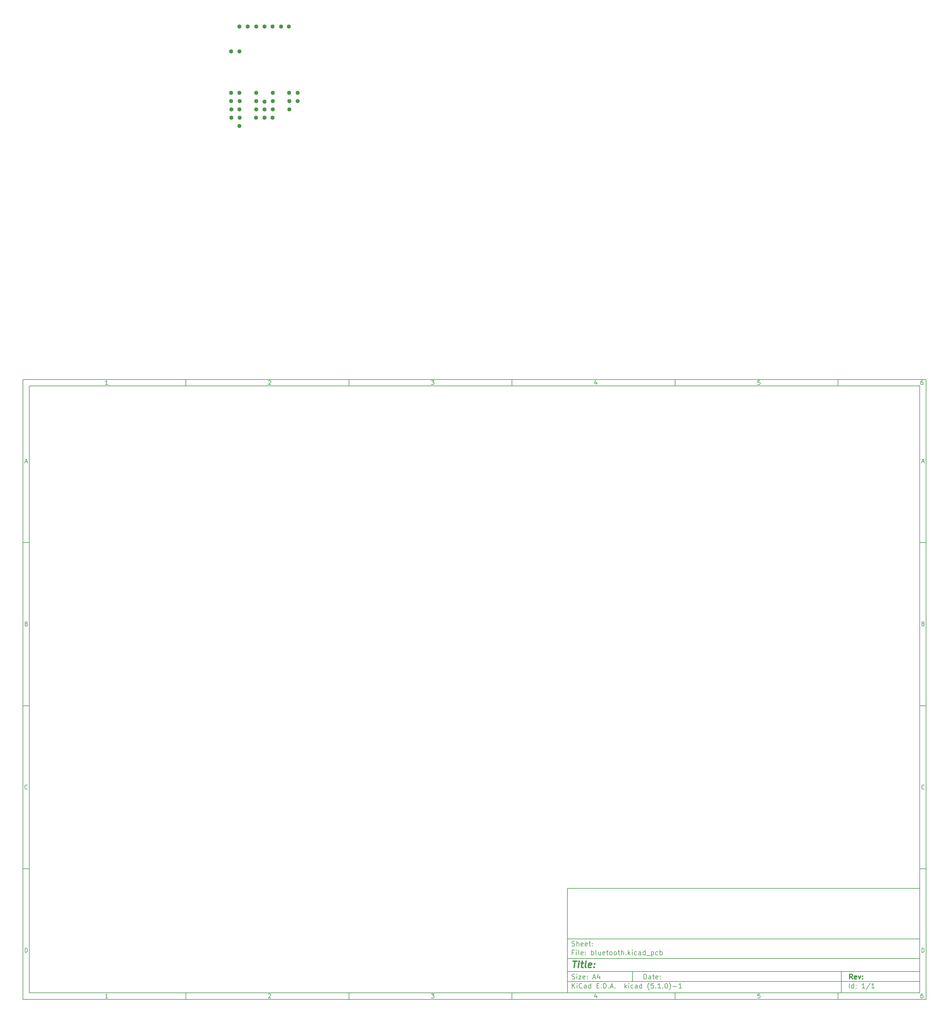
<source format=gbr>
G04 #@! TF.GenerationSoftware,KiCad,Pcbnew,(5.1.0)-1*
G04 #@! TF.CreationDate,2019-07-07T14:12:54+03:00*
G04 #@! TF.ProjectId,bluetooth,626c7565-746f-46f7-9468-2e6b69636164,rev?*
G04 #@! TF.SameCoordinates,Original*
G04 #@! TF.FileFunction,Soldermask,Bot*
G04 #@! TF.FilePolarity,Negative*
%FSLAX46Y46*%
G04 Gerber Fmt 4.6, Leading zero omitted, Abs format (unit mm)*
G04 Created by KiCad (PCBNEW (5.1.0)-1) date 2019-07-07 14:12:54*
%MOMM*%
%LPD*%
G04 APERTURE LIST*
%ADD10C,0.100000*%
%ADD11C,0.150000*%
%ADD12C,0.300000*%
%ADD13C,0.400000*%
%ADD14C,1.300000*%
G04 APERTURE END LIST*
D10*
D11*
X177002200Y-166007200D02*
X177002200Y-198007200D01*
X285002200Y-198007200D01*
X285002200Y-166007200D01*
X177002200Y-166007200D01*
D10*
D11*
X10000000Y-10000000D02*
X10000000Y-200007200D01*
X287002200Y-200007200D01*
X287002200Y-10000000D01*
X10000000Y-10000000D01*
D10*
D11*
X12000000Y-12000000D02*
X12000000Y-198007200D01*
X285002200Y-198007200D01*
X285002200Y-12000000D01*
X12000000Y-12000000D01*
D10*
D11*
X60000000Y-12000000D02*
X60000000Y-10000000D01*
D10*
D11*
X110000000Y-12000000D02*
X110000000Y-10000000D01*
D10*
D11*
X160000000Y-12000000D02*
X160000000Y-10000000D01*
D10*
D11*
X210000000Y-12000000D02*
X210000000Y-10000000D01*
D10*
D11*
X260000000Y-12000000D02*
X260000000Y-10000000D01*
D10*
D11*
X36065476Y-11588095D02*
X35322619Y-11588095D01*
X35694047Y-11588095D02*
X35694047Y-10288095D01*
X35570238Y-10473809D01*
X35446428Y-10597619D01*
X35322619Y-10659523D01*
D10*
D11*
X85322619Y-10411904D02*
X85384523Y-10350000D01*
X85508333Y-10288095D01*
X85817857Y-10288095D01*
X85941666Y-10350000D01*
X86003571Y-10411904D01*
X86065476Y-10535714D01*
X86065476Y-10659523D01*
X86003571Y-10845238D01*
X85260714Y-11588095D01*
X86065476Y-11588095D01*
D10*
D11*
X135260714Y-10288095D02*
X136065476Y-10288095D01*
X135632142Y-10783333D01*
X135817857Y-10783333D01*
X135941666Y-10845238D01*
X136003571Y-10907142D01*
X136065476Y-11030952D01*
X136065476Y-11340476D01*
X136003571Y-11464285D01*
X135941666Y-11526190D01*
X135817857Y-11588095D01*
X135446428Y-11588095D01*
X135322619Y-11526190D01*
X135260714Y-11464285D01*
D10*
D11*
X185941666Y-10721428D02*
X185941666Y-11588095D01*
X185632142Y-10226190D02*
X185322619Y-11154761D01*
X186127380Y-11154761D01*
D10*
D11*
X236003571Y-10288095D02*
X235384523Y-10288095D01*
X235322619Y-10907142D01*
X235384523Y-10845238D01*
X235508333Y-10783333D01*
X235817857Y-10783333D01*
X235941666Y-10845238D01*
X236003571Y-10907142D01*
X236065476Y-11030952D01*
X236065476Y-11340476D01*
X236003571Y-11464285D01*
X235941666Y-11526190D01*
X235817857Y-11588095D01*
X235508333Y-11588095D01*
X235384523Y-11526190D01*
X235322619Y-11464285D01*
D10*
D11*
X285941666Y-10288095D02*
X285694047Y-10288095D01*
X285570238Y-10350000D01*
X285508333Y-10411904D01*
X285384523Y-10597619D01*
X285322619Y-10845238D01*
X285322619Y-11340476D01*
X285384523Y-11464285D01*
X285446428Y-11526190D01*
X285570238Y-11588095D01*
X285817857Y-11588095D01*
X285941666Y-11526190D01*
X286003571Y-11464285D01*
X286065476Y-11340476D01*
X286065476Y-11030952D01*
X286003571Y-10907142D01*
X285941666Y-10845238D01*
X285817857Y-10783333D01*
X285570238Y-10783333D01*
X285446428Y-10845238D01*
X285384523Y-10907142D01*
X285322619Y-11030952D01*
D10*
D11*
X60000000Y-198007200D02*
X60000000Y-200007200D01*
D10*
D11*
X110000000Y-198007200D02*
X110000000Y-200007200D01*
D10*
D11*
X160000000Y-198007200D02*
X160000000Y-200007200D01*
D10*
D11*
X210000000Y-198007200D02*
X210000000Y-200007200D01*
D10*
D11*
X260000000Y-198007200D02*
X260000000Y-200007200D01*
D10*
D11*
X36065476Y-199595295D02*
X35322619Y-199595295D01*
X35694047Y-199595295D02*
X35694047Y-198295295D01*
X35570238Y-198481009D01*
X35446428Y-198604819D01*
X35322619Y-198666723D01*
D10*
D11*
X85322619Y-198419104D02*
X85384523Y-198357200D01*
X85508333Y-198295295D01*
X85817857Y-198295295D01*
X85941666Y-198357200D01*
X86003571Y-198419104D01*
X86065476Y-198542914D01*
X86065476Y-198666723D01*
X86003571Y-198852438D01*
X85260714Y-199595295D01*
X86065476Y-199595295D01*
D10*
D11*
X135260714Y-198295295D02*
X136065476Y-198295295D01*
X135632142Y-198790533D01*
X135817857Y-198790533D01*
X135941666Y-198852438D01*
X136003571Y-198914342D01*
X136065476Y-199038152D01*
X136065476Y-199347676D01*
X136003571Y-199471485D01*
X135941666Y-199533390D01*
X135817857Y-199595295D01*
X135446428Y-199595295D01*
X135322619Y-199533390D01*
X135260714Y-199471485D01*
D10*
D11*
X185941666Y-198728628D02*
X185941666Y-199595295D01*
X185632142Y-198233390D02*
X185322619Y-199161961D01*
X186127380Y-199161961D01*
D10*
D11*
X236003571Y-198295295D02*
X235384523Y-198295295D01*
X235322619Y-198914342D01*
X235384523Y-198852438D01*
X235508333Y-198790533D01*
X235817857Y-198790533D01*
X235941666Y-198852438D01*
X236003571Y-198914342D01*
X236065476Y-199038152D01*
X236065476Y-199347676D01*
X236003571Y-199471485D01*
X235941666Y-199533390D01*
X235817857Y-199595295D01*
X235508333Y-199595295D01*
X235384523Y-199533390D01*
X235322619Y-199471485D01*
D10*
D11*
X285941666Y-198295295D02*
X285694047Y-198295295D01*
X285570238Y-198357200D01*
X285508333Y-198419104D01*
X285384523Y-198604819D01*
X285322619Y-198852438D01*
X285322619Y-199347676D01*
X285384523Y-199471485D01*
X285446428Y-199533390D01*
X285570238Y-199595295D01*
X285817857Y-199595295D01*
X285941666Y-199533390D01*
X286003571Y-199471485D01*
X286065476Y-199347676D01*
X286065476Y-199038152D01*
X286003571Y-198914342D01*
X285941666Y-198852438D01*
X285817857Y-198790533D01*
X285570238Y-198790533D01*
X285446428Y-198852438D01*
X285384523Y-198914342D01*
X285322619Y-199038152D01*
D10*
D11*
X10000000Y-60000000D02*
X12000000Y-60000000D01*
D10*
D11*
X10000000Y-110000000D02*
X12000000Y-110000000D01*
D10*
D11*
X10000000Y-160000000D02*
X12000000Y-160000000D01*
D10*
D11*
X10690476Y-35216666D02*
X11309523Y-35216666D01*
X10566666Y-35588095D02*
X11000000Y-34288095D01*
X11433333Y-35588095D01*
D10*
D11*
X11092857Y-84907142D02*
X11278571Y-84969047D01*
X11340476Y-85030952D01*
X11402380Y-85154761D01*
X11402380Y-85340476D01*
X11340476Y-85464285D01*
X11278571Y-85526190D01*
X11154761Y-85588095D01*
X10659523Y-85588095D01*
X10659523Y-84288095D01*
X11092857Y-84288095D01*
X11216666Y-84350000D01*
X11278571Y-84411904D01*
X11340476Y-84535714D01*
X11340476Y-84659523D01*
X11278571Y-84783333D01*
X11216666Y-84845238D01*
X11092857Y-84907142D01*
X10659523Y-84907142D01*
D10*
D11*
X11402380Y-135464285D02*
X11340476Y-135526190D01*
X11154761Y-135588095D01*
X11030952Y-135588095D01*
X10845238Y-135526190D01*
X10721428Y-135402380D01*
X10659523Y-135278571D01*
X10597619Y-135030952D01*
X10597619Y-134845238D01*
X10659523Y-134597619D01*
X10721428Y-134473809D01*
X10845238Y-134350000D01*
X11030952Y-134288095D01*
X11154761Y-134288095D01*
X11340476Y-134350000D01*
X11402380Y-134411904D01*
D10*
D11*
X10659523Y-185588095D02*
X10659523Y-184288095D01*
X10969047Y-184288095D01*
X11154761Y-184350000D01*
X11278571Y-184473809D01*
X11340476Y-184597619D01*
X11402380Y-184845238D01*
X11402380Y-185030952D01*
X11340476Y-185278571D01*
X11278571Y-185402380D01*
X11154761Y-185526190D01*
X10969047Y-185588095D01*
X10659523Y-185588095D01*
D10*
D11*
X287002200Y-60000000D02*
X285002200Y-60000000D01*
D10*
D11*
X287002200Y-110000000D02*
X285002200Y-110000000D01*
D10*
D11*
X287002200Y-160000000D02*
X285002200Y-160000000D01*
D10*
D11*
X285692676Y-35216666D02*
X286311723Y-35216666D01*
X285568866Y-35588095D02*
X286002200Y-34288095D01*
X286435533Y-35588095D01*
D10*
D11*
X286095057Y-84907142D02*
X286280771Y-84969047D01*
X286342676Y-85030952D01*
X286404580Y-85154761D01*
X286404580Y-85340476D01*
X286342676Y-85464285D01*
X286280771Y-85526190D01*
X286156961Y-85588095D01*
X285661723Y-85588095D01*
X285661723Y-84288095D01*
X286095057Y-84288095D01*
X286218866Y-84350000D01*
X286280771Y-84411904D01*
X286342676Y-84535714D01*
X286342676Y-84659523D01*
X286280771Y-84783333D01*
X286218866Y-84845238D01*
X286095057Y-84907142D01*
X285661723Y-84907142D01*
D10*
D11*
X286404580Y-135464285D02*
X286342676Y-135526190D01*
X286156961Y-135588095D01*
X286033152Y-135588095D01*
X285847438Y-135526190D01*
X285723628Y-135402380D01*
X285661723Y-135278571D01*
X285599819Y-135030952D01*
X285599819Y-134845238D01*
X285661723Y-134597619D01*
X285723628Y-134473809D01*
X285847438Y-134350000D01*
X286033152Y-134288095D01*
X286156961Y-134288095D01*
X286342676Y-134350000D01*
X286404580Y-134411904D01*
D10*
D11*
X285661723Y-185588095D02*
X285661723Y-184288095D01*
X285971247Y-184288095D01*
X286156961Y-184350000D01*
X286280771Y-184473809D01*
X286342676Y-184597619D01*
X286404580Y-184845238D01*
X286404580Y-185030952D01*
X286342676Y-185278571D01*
X286280771Y-185402380D01*
X286156961Y-185526190D01*
X285971247Y-185588095D01*
X285661723Y-185588095D01*
D10*
D11*
X200434342Y-193785771D02*
X200434342Y-192285771D01*
X200791485Y-192285771D01*
X201005771Y-192357200D01*
X201148628Y-192500057D01*
X201220057Y-192642914D01*
X201291485Y-192928628D01*
X201291485Y-193142914D01*
X201220057Y-193428628D01*
X201148628Y-193571485D01*
X201005771Y-193714342D01*
X200791485Y-193785771D01*
X200434342Y-193785771D01*
X202577200Y-193785771D02*
X202577200Y-193000057D01*
X202505771Y-192857200D01*
X202362914Y-192785771D01*
X202077200Y-192785771D01*
X201934342Y-192857200D01*
X202577200Y-193714342D02*
X202434342Y-193785771D01*
X202077200Y-193785771D01*
X201934342Y-193714342D01*
X201862914Y-193571485D01*
X201862914Y-193428628D01*
X201934342Y-193285771D01*
X202077200Y-193214342D01*
X202434342Y-193214342D01*
X202577200Y-193142914D01*
X203077200Y-192785771D02*
X203648628Y-192785771D01*
X203291485Y-192285771D02*
X203291485Y-193571485D01*
X203362914Y-193714342D01*
X203505771Y-193785771D01*
X203648628Y-193785771D01*
X204720057Y-193714342D02*
X204577200Y-193785771D01*
X204291485Y-193785771D01*
X204148628Y-193714342D01*
X204077200Y-193571485D01*
X204077200Y-193000057D01*
X204148628Y-192857200D01*
X204291485Y-192785771D01*
X204577200Y-192785771D01*
X204720057Y-192857200D01*
X204791485Y-193000057D01*
X204791485Y-193142914D01*
X204077200Y-193285771D01*
X205434342Y-193642914D02*
X205505771Y-193714342D01*
X205434342Y-193785771D01*
X205362914Y-193714342D01*
X205434342Y-193642914D01*
X205434342Y-193785771D01*
X205434342Y-192857200D02*
X205505771Y-192928628D01*
X205434342Y-193000057D01*
X205362914Y-192928628D01*
X205434342Y-192857200D01*
X205434342Y-193000057D01*
D10*
D11*
X177002200Y-194507200D02*
X285002200Y-194507200D01*
D10*
D11*
X178434342Y-196585771D02*
X178434342Y-195085771D01*
X179291485Y-196585771D02*
X178648628Y-195728628D01*
X179291485Y-195085771D02*
X178434342Y-195942914D01*
X179934342Y-196585771D02*
X179934342Y-195585771D01*
X179934342Y-195085771D02*
X179862914Y-195157200D01*
X179934342Y-195228628D01*
X180005771Y-195157200D01*
X179934342Y-195085771D01*
X179934342Y-195228628D01*
X181505771Y-196442914D02*
X181434342Y-196514342D01*
X181220057Y-196585771D01*
X181077200Y-196585771D01*
X180862914Y-196514342D01*
X180720057Y-196371485D01*
X180648628Y-196228628D01*
X180577200Y-195942914D01*
X180577200Y-195728628D01*
X180648628Y-195442914D01*
X180720057Y-195300057D01*
X180862914Y-195157200D01*
X181077200Y-195085771D01*
X181220057Y-195085771D01*
X181434342Y-195157200D01*
X181505771Y-195228628D01*
X182791485Y-196585771D02*
X182791485Y-195800057D01*
X182720057Y-195657200D01*
X182577200Y-195585771D01*
X182291485Y-195585771D01*
X182148628Y-195657200D01*
X182791485Y-196514342D02*
X182648628Y-196585771D01*
X182291485Y-196585771D01*
X182148628Y-196514342D01*
X182077200Y-196371485D01*
X182077200Y-196228628D01*
X182148628Y-196085771D01*
X182291485Y-196014342D01*
X182648628Y-196014342D01*
X182791485Y-195942914D01*
X184148628Y-196585771D02*
X184148628Y-195085771D01*
X184148628Y-196514342D02*
X184005771Y-196585771D01*
X183720057Y-196585771D01*
X183577200Y-196514342D01*
X183505771Y-196442914D01*
X183434342Y-196300057D01*
X183434342Y-195871485D01*
X183505771Y-195728628D01*
X183577200Y-195657200D01*
X183720057Y-195585771D01*
X184005771Y-195585771D01*
X184148628Y-195657200D01*
X186005771Y-195800057D02*
X186505771Y-195800057D01*
X186720057Y-196585771D02*
X186005771Y-196585771D01*
X186005771Y-195085771D01*
X186720057Y-195085771D01*
X187362914Y-196442914D02*
X187434342Y-196514342D01*
X187362914Y-196585771D01*
X187291485Y-196514342D01*
X187362914Y-196442914D01*
X187362914Y-196585771D01*
X188077200Y-196585771D02*
X188077200Y-195085771D01*
X188434342Y-195085771D01*
X188648628Y-195157200D01*
X188791485Y-195300057D01*
X188862914Y-195442914D01*
X188934342Y-195728628D01*
X188934342Y-195942914D01*
X188862914Y-196228628D01*
X188791485Y-196371485D01*
X188648628Y-196514342D01*
X188434342Y-196585771D01*
X188077200Y-196585771D01*
X189577200Y-196442914D02*
X189648628Y-196514342D01*
X189577200Y-196585771D01*
X189505771Y-196514342D01*
X189577200Y-196442914D01*
X189577200Y-196585771D01*
X190220057Y-196157200D02*
X190934342Y-196157200D01*
X190077200Y-196585771D02*
X190577200Y-195085771D01*
X191077200Y-196585771D01*
X191577200Y-196442914D02*
X191648628Y-196514342D01*
X191577200Y-196585771D01*
X191505771Y-196514342D01*
X191577200Y-196442914D01*
X191577200Y-196585771D01*
X194577200Y-196585771D02*
X194577200Y-195085771D01*
X194720057Y-196014342D02*
X195148628Y-196585771D01*
X195148628Y-195585771D02*
X194577200Y-196157200D01*
X195791485Y-196585771D02*
X195791485Y-195585771D01*
X195791485Y-195085771D02*
X195720057Y-195157200D01*
X195791485Y-195228628D01*
X195862914Y-195157200D01*
X195791485Y-195085771D01*
X195791485Y-195228628D01*
X197148628Y-196514342D02*
X197005771Y-196585771D01*
X196720057Y-196585771D01*
X196577200Y-196514342D01*
X196505771Y-196442914D01*
X196434342Y-196300057D01*
X196434342Y-195871485D01*
X196505771Y-195728628D01*
X196577200Y-195657200D01*
X196720057Y-195585771D01*
X197005771Y-195585771D01*
X197148628Y-195657200D01*
X198434342Y-196585771D02*
X198434342Y-195800057D01*
X198362914Y-195657200D01*
X198220057Y-195585771D01*
X197934342Y-195585771D01*
X197791485Y-195657200D01*
X198434342Y-196514342D02*
X198291485Y-196585771D01*
X197934342Y-196585771D01*
X197791485Y-196514342D01*
X197720057Y-196371485D01*
X197720057Y-196228628D01*
X197791485Y-196085771D01*
X197934342Y-196014342D01*
X198291485Y-196014342D01*
X198434342Y-195942914D01*
X199791485Y-196585771D02*
X199791485Y-195085771D01*
X199791485Y-196514342D02*
X199648628Y-196585771D01*
X199362914Y-196585771D01*
X199220057Y-196514342D01*
X199148628Y-196442914D01*
X199077200Y-196300057D01*
X199077200Y-195871485D01*
X199148628Y-195728628D01*
X199220057Y-195657200D01*
X199362914Y-195585771D01*
X199648628Y-195585771D01*
X199791485Y-195657200D01*
X202077200Y-197157200D02*
X202005771Y-197085771D01*
X201862914Y-196871485D01*
X201791485Y-196728628D01*
X201720057Y-196514342D01*
X201648628Y-196157200D01*
X201648628Y-195871485D01*
X201720057Y-195514342D01*
X201791485Y-195300057D01*
X201862914Y-195157200D01*
X202005771Y-194942914D01*
X202077200Y-194871485D01*
X203362914Y-195085771D02*
X202648628Y-195085771D01*
X202577200Y-195800057D01*
X202648628Y-195728628D01*
X202791485Y-195657200D01*
X203148628Y-195657200D01*
X203291485Y-195728628D01*
X203362914Y-195800057D01*
X203434342Y-195942914D01*
X203434342Y-196300057D01*
X203362914Y-196442914D01*
X203291485Y-196514342D01*
X203148628Y-196585771D01*
X202791485Y-196585771D01*
X202648628Y-196514342D01*
X202577200Y-196442914D01*
X204077200Y-196442914D02*
X204148628Y-196514342D01*
X204077200Y-196585771D01*
X204005771Y-196514342D01*
X204077200Y-196442914D01*
X204077200Y-196585771D01*
X205577200Y-196585771D02*
X204720057Y-196585771D01*
X205148628Y-196585771D02*
X205148628Y-195085771D01*
X205005771Y-195300057D01*
X204862914Y-195442914D01*
X204720057Y-195514342D01*
X206220057Y-196442914D02*
X206291485Y-196514342D01*
X206220057Y-196585771D01*
X206148628Y-196514342D01*
X206220057Y-196442914D01*
X206220057Y-196585771D01*
X207220057Y-195085771D02*
X207362914Y-195085771D01*
X207505771Y-195157200D01*
X207577200Y-195228628D01*
X207648628Y-195371485D01*
X207720057Y-195657200D01*
X207720057Y-196014342D01*
X207648628Y-196300057D01*
X207577200Y-196442914D01*
X207505771Y-196514342D01*
X207362914Y-196585771D01*
X207220057Y-196585771D01*
X207077200Y-196514342D01*
X207005771Y-196442914D01*
X206934342Y-196300057D01*
X206862914Y-196014342D01*
X206862914Y-195657200D01*
X206934342Y-195371485D01*
X207005771Y-195228628D01*
X207077200Y-195157200D01*
X207220057Y-195085771D01*
X208220057Y-197157200D02*
X208291485Y-197085771D01*
X208434342Y-196871485D01*
X208505771Y-196728628D01*
X208577200Y-196514342D01*
X208648628Y-196157200D01*
X208648628Y-195871485D01*
X208577200Y-195514342D01*
X208505771Y-195300057D01*
X208434342Y-195157200D01*
X208291485Y-194942914D01*
X208220057Y-194871485D01*
X209362914Y-196014342D02*
X210505771Y-196014342D01*
X212005771Y-196585771D02*
X211148628Y-196585771D01*
X211577200Y-196585771D02*
X211577200Y-195085771D01*
X211434342Y-195300057D01*
X211291485Y-195442914D01*
X211148628Y-195514342D01*
D10*
D11*
X177002200Y-191507200D02*
X285002200Y-191507200D01*
D10*
D12*
X264411485Y-193785771D02*
X263911485Y-193071485D01*
X263554342Y-193785771D02*
X263554342Y-192285771D01*
X264125771Y-192285771D01*
X264268628Y-192357200D01*
X264340057Y-192428628D01*
X264411485Y-192571485D01*
X264411485Y-192785771D01*
X264340057Y-192928628D01*
X264268628Y-193000057D01*
X264125771Y-193071485D01*
X263554342Y-193071485D01*
X265625771Y-193714342D02*
X265482914Y-193785771D01*
X265197200Y-193785771D01*
X265054342Y-193714342D01*
X264982914Y-193571485D01*
X264982914Y-193000057D01*
X265054342Y-192857200D01*
X265197200Y-192785771D01*
X265482914Y-192785771D01*
X265625771Y-192857200D01*
X265697200Y-193000057D01*
X265697200Y-193142914D01*
X264982914Y-193285771D01*
X266197200Y-192785771D02*
X266554342Y-193785771D01*
X266911485Y-192785771D01*
X267482914Y-193642914D02*
X267554342Y-193714342D01*
X267482914Y-193785771D01*
X267411485Y-193714342D01*
X267482914Y-193642914D01*
X267482914Y-193785771D01*
X267482914Y-192857200D02*
X267554342Y-192928628D01*
X267482914Y-193000057D01*
X267411485Y-192928628D01*
X267482914Y-192857200D01*
X267482914Y-193000057D01*
D10*
D11*
X178362914Y-193714342D02*
X178577200Y-193785771D01*
X178934342Y-193785771D01*
X179077200Y-193714342D01*
X179148628Y-193642914D01*
X179220057Y-193500057D01*
X179220057Y-193357200D01*
X179148628Y-193214342D01*
X179077200Y-193142914D01*
X178934342Y-193071485D01*
X178648628Y-193000057D01*
X178505771Y-192928628D01*
X178434342Y-192857200D01*
X178362914Y-192714342D01*
X178362914Y-192571485D01*
X178434342Y-192428628D01*
X178505771Y-192357200D01*
X178648628Y-192285771D01*
X179005771Y-192285771D01*
X179220057Y-192357200D01*
X179862914Y-193785771D02*
X179862914Y-192785771D01*
X179862914Y-192285771D02*
X179791485Y-192357200D01*
X179862914Y-192428628D01*
X179934342Y-192357200D01*
X179862914Y-192285771D01*
X179862914Y-192428628D01*
X180434342Y-192785771D02*
X181220057Y-192785771D01*
X180434342Y-193785771D01*
X181220057Y-193785771D01*
X182362914Y-193714342D02*
X182220057Y-193785771D01*
X181934342Y-193785771D01*
X181791485Y-193714342D01*
X181720057Y-193571485D01*
X181720057Y-193000057D01*
X181791485Y-192857200D01*
X181934342Y-192785771D01*
X182220057Y-192785771D01*
X182362914Y-192857200D01*
X182434342Y-193000057D01*
X182434342Y-193142914D01*
X181720057Y-193285771D01*
X183077200Y-193642914D02*
X183148628Y-193714342D01*
X183077200Y-193785771D01*
X183005771Y-193714342D01*
X183077200Y-193642914D01*
X183077200Y-193785771D01*
X183077200Y-192857200D02*
X183148628Y-192928628D01*
X183077200Y-193000057D01*
X183005771Y-192928628D01*
X183077200Y-192857200D01*
X183077200Y-193000057D01*
X184862914Y-193357200D02*
X185577200Y-193357200D01*
X184720057Y-193785771D02*
X185220057Y-192285771D01*
X185720057Y-193785771D01*
X186862914Y-192785771D02*
X186862914Y-193785771D01*
X186505771Y-192214342D02*
X186148628Y-193285771D01*
X187077200Y-193285771D01*
D10*
D11*
X263434342Y-196585771D02*
X263434342Y-195085771D01*
X264791485Y-196585771D02*
X264791485Y-195085771D01*
X264791485Y-196514342D02*
X264648628Y-196585771D01*
X264362914Y-196585771D01*
X264220057Y-196514342D01*
X264148628Y-196442914D01*
X264077200Y-196300057D01*
X264077200Y-195871485D01*
X264148628Y-195728628D01*
X264220057Y-195657200D01*
X264362914Y-195585771D01*
X264648628Y-195585771D01*
X264791485Y-195657200D01*
X265505771Y-196442914D02*
X265577200Y-196514342D01*
X265505771Y-196585771D01*
X265434342Y-196514342D01*
X265505771Y-196442914D01*
X265505771Y-196585771D01*
X265505771Y-195657200D02*
X265577200Y-195728628D01*
X265505771Y-195800057D01*
X265434342Y-195728628D01*
X265505771Y-195657200D01*
X265505771Y-195800057D01*
X268148628Y-196585771D02*
X267291485Y-196585771D01*
X267720057Y-196585771D02*
X267720057Y-195085771D01*
X267577200Y-195300057D01*
X267434342Y-195442914D01*
X267291485Y-195514342D01*
X269862914Y-195014342D02*
X268577200Y-196942914D01*
X271148628Y-196585771D02*
X270291485Y-196585771D01*
X270720057Y-196585771D02*
X270720057Y-195085771D01*
X270577200Y-195300057D01*
X270434342Y-195442914D01*
X270291485Y-195514342D01*
D10*
D11*
X177002200Y-187507200D02*
X285002200Y-187507200D01*
D10*
D13*
X178714580Y-188211961D02*
X179857438Y-188211961D01*
X179036009Y-190211961D02*
X179286009Y-188211961D01*
X180274104Y-190211961D02*
X180440771Y-188878628D01*
X180524104Y-188211961D02*
X180416961Y-188307200D01*
X180500295Y-188402438D01*
X180607438Y-188307200D01*
X180524104Y-188211961D01*
X180500295Y-188402438D01*
X181107438Y-188878628D02*
X181869342Y-188878628D01*
X181476485Y-188211961D02*
X181262200Y-189926247D01*
X181333628Y-190116723D01*
X181512200Y-190211961D01*
X181702676Y-190211961D01*
X182655057Y-190211961D02*
X182476485Y-190116723D01*
X182405057Y-189926247D01*
X182619342Y-188211961D01*
X184190771Y-190116723D02*
X183988390Y-190211961D01*
X183607438Y-190211961D01*
X183428866Y-190116723D01*
X183357438Y-189926247D01*
X183452676Y-189164342D01*
X183571723Y-188973866D01*
X183774104Y-188878628D01*
X184155057Y-188878628D01*
X184333628Y-188973866D01*
X184405057Y-189164342D01*
X184381247Y-189354819D01*
X183405057Y-189545295D01*
X185155057Y-190021485D02*
X185238390Y-190116723D01*
X185131247Y-190211961D01*
X185047914Y-190116723D01*
X185155057Y-190021485D01*
X185131247Y-190211961D01*
X185286009Y-188973866D02*
X185369342Y-189069104D01*
X185262200Y-189164342D01*
X185178866Y-189069104D01*
X185286009Y-188973866D01*
X185262200Y-189164342D01*
D10*
D11*
X178934342Y-185600057D02*
X178434342Y-185600057D01*
X178434342Y-186385771D02*
X178434342Y-184885771D01*
X179148628Y-184885771D01*
X179720057Y-186385771D02*
X179720057Y-185385771D01*
X179720057Y-184885771D02*
X179648628Y-184957200D01*
X179720057Y-185028628D01*
X179791485Y-184957200D01*
X179720057Y-184885771D01*
X179720057Y-185028628D01*
X180648628Y-186385771D02*
X180505771Y-186314342D01*
X180434342Y-186171485D01*
X180434342Y-184885771D01*
X181791485Y-186314342D02*
X181648628Y-186385771D01*
X181362914Y-186385771D01*
X181220057Y-186314342D01*
X181148628Y-186171485D01*
X181148628Y-185600057D01*
X181220057Y-185457200D01*
X181362914Y-185385771D01*
X181648628Y-185385771D01*
X181791485Y-185457200D01*
X181862914Y-185600057D01*
X181862914Y-185742914D01*
X181148628Y-185885771D01*
X182505771Y-186242914D02*
X182577200Y-186314342D01*
X182505771Y-186385771D01*
X182434342Y-186314342D01*
X182505771Y-186242914D01*
X182505771Y-186385771D01*
X182505771Y-185457200D02*
X182577200Y-185528628D01*
X182505771Y-185600057D01*
X182434342Y-185528628D01*
X182505771Y-185457200D01*
X182505771Y-185600057D01*
X184362914Y-186385771D02*
X184362914Y-184885771D01*
X184362914Y-185457200D02*
X184505771Y-185385771D01*
X184791485Y-185385771D01*
X184934342Y-185457200D01*
X185005771Y-185528628D01*
X185077200Y-185671485D01*
X185077200Y-186100057D01*
X185005771Y-186242914D01*
X184934342Y-186314342D01*
X184791485Y-186385771D01*
X184505771Y-186385771D01*
X184362914Y-186314342D01*
X185934342Y-186385771D02*
X185791485Y-186314342D01*
X185720057Y-186171485D01*
X185720057Y-184885771D01*
X187148628Y-185385771D02*
X187148628Y-186385771D01*
X186505771Y-185385771D02*
X186505771Y-186171485D01*
X186577200Y-186314342D01*
X186720057Y-186385771D01*
X186934342Y-186385771D01*
X187077200Y-186314342D01*
X187148628Y-186242914D01*
X188434342Y-186314342D02*
X188291485Y-186385771D01*
X188005771Y-186385771D01*
X187862914Y-186314342D01*
X187791485Y-186171485D01*
X187791485Y-185600057D01*
X187862914Y-185457200D01*
X188005771Y-185385771D01*
X188291485Y-185385771D01*
X188434342Y-185457200D01*
X188505771Y-185600057D01*
X188505771Y-185742914D01*
X187791485Y-185885771D01*
X188934342Y-185385771D02*
X189505771Y-185385771D01*
X189148628Y-184885771D02*
X189148628Y-186171485D01*
X189220057Y-186314342D01*
X189362914Y-186385771D01*
X189505771Y-186385771D01*
X190220057Y-186385771D02*
X190077200Y-186314342D01*
X190005771Y-186242914D01*
X189934342Y-186100057D01*
X189934342Y-185671485D01*
X190005771Y-185528628D01*
X190077200Y-185457200D01*
X190220057Y-185385771D01*
X190434342Y-185385771D01*
X190577200Y-185457200D01*
X190648628Y-185528628D01*
X190720057Y-185671485D01*
X190720057Y-186100057D01*
X190648628Y-186242914D01*
X190577200Y-186314342D01*
X190434342Y-186385771D01*
X190220057Y-186385771D01*
X191577200Y-186385771D02*
X191434342Y-186314342D01*
X191362914Y-186242914D01*
X191291485Y-186100057D01*
X191291485Y-185671485D01*
X191362914Y-185528628D01*
X191434342Y-185457200D01*
X191577200Y-185385771D01*
X191791485Y-185385771D01*
X191934342Y-185457200D01*
X192005771Y-185528628D01*
X192077200Y-185671485D01*
X192077200Y-186100057D01*
X192005771Y-186242914D01*
X191934342Y-186314342D01*
X191791485Y-186385771D01*
X191577200Y-186385771D01*
X192505771Y-185385771D02*
X193077200Y-185385771D01*
X192720057Y-184885771D02*
X192720057Y-186171485D01*
X192791485Y-186314342D01*
X192934342Y-186385771D01*
X193077200Y-186385771D01*
X193577200Y-186385771D02*
X193577200Y-184885771D01*
X194220057Y-186385771D02*
X194220057Y-185600057D01*
X194148628Y-185457200D01*
X194005771Y-185385771D01*
X193791485Y-185385771D01*
X193648628Y-185457200D01*
X193577200Y-185528628D01*
X194934342Y-186242914D02*
X195005771Y-186314342D01*
X194934342Y-186385771D01*
X194862914Y-186314342D01*
X194934342Y-186242914D01*
X194934342Y-186385771D01*
X195648628Y-186385771D02*
X195648628Y-184885771D01*
X195791485Y-185814342D02*
X196220057Y-186385771D01*
X196220057Y-185385771D02*
X195648628Y-185957200D01*
X196862914Y-186385771D02*
X196862914Y-185385771D01*
X196862914Y-184885771D02*
X196791485Y-184957200D01*
X196862914Y-185028628D01*
X196934342Y-184957200D01*
X196862914Y-184885771D01*
X196862914Y-185028628D01*
X198220057Y-186314342D02*
X198077200Y-186385771D01*
X197791485Y-186385771D01*
X197648628Y-186314342D01*
X197577200Y-186242914D01*
X197505771Y-186100057D01*
X197505771Y-185671485D01*
X197577200Y-185528628D01*
X197648628Y-185457200D01*
X197791485Y-185385771D01*
X198077200Y-185385771D01*
X198220057Y-185457200D01*
X199505771Y-186385771D02*
X199505771Y-185600057D01*
X199434342Y-185457200D01*
X199291485Y-185385771D01*
X199005771Y-185385771D01*
X198862914Y-185457200D01*
X199505771Y-186314342D02*
X199362914Y-186385771D01*
X199005771Y-186385771D01*
X198862914Y-186314342D01*
X198791485Y-186171485D01*
X198791485Y-186028628D01*
X198862914Y-185885771D01*
X199005771Y-185814342D01*
X199362914Y-185814342D01*
X199505771Y-185742914D01*
X200862914Y-186385771D02*
X200862914Y-184885771D01*
X200862914Y-186314342D02*
X200720057Y-186385771D01*
X200434342Y-186385771D01*
X200291485Y-186314342D01*
X200220057Y-186242914D01*
X200148628Y-186100057D01*
X200148628Y-185671485D01*
X200220057Y-185528628D01*
X200291485Y-185457200D01*
X200434342Y-185385771D01*
X200720057Y-185385771D01*
X200862914Y-185457200D01*
X201220057Y-186528628D02*
X202362914Y-186528628D01*
X202720057Y-185385771D02*
X202720057Y-186885771D01*
X202720057Y-185457200D02*
X202862914Y-185385771D01*
X203148628Y-185385771D01*
X203291485Y-185457200D01*
X203362914Y-185528628D01*
X203434342Y-185671485D01*
X203434342Y-186100057D01*
X203362914Y-186242914D01*
X203291485Y-186314342D01*
X203148628Y-186385771D01*
X202862914Y-186385771D01*
X202720057Y-186314342D01*
X204720057Y-186314342D02*
X204577200Y-186385771D01*
X204291485Y-186385771D01*
X204148628Y-186314342D01*
X204077200Y-186242914D01*
X204005771Y-186100057D01*
X204005771Y-185671485D01*
X204077200Y-185528628D01*
X204148628Y-185457200D01*
X204291485Y-185385771D01*
X204577200Y-185385771D01*
X204720057Y-185457200D01*
X205362914Y-186385771D02*
X205362914Y-184885771D01*
X205362914Y-185457200D02*
X205505771Y-185385771D01*
X205791485Y-185385771D01*
X205934342Y-185457200D01*
X206005771Y-185528628D01*
X206077200Y-185671485D01*
X206077200Y-186100057D01*
X206005771Y-186242914D01*
X205934342Y-186314342D01*
X205791485Y-186385771D01*
X205505771Y-186385771D01*
X205362914Y-186314342D01*
D10*
D11*
X177002200Y-181507200D02*
X285002200Y-181507200D01*
D10*
D11*
X178362914Y-183614342D02*
X178577200Y-183685771D01*
X178934342Y-183685771D01*
X179077200Y-183614342D01*
X179148628Y-183542914D01*
X179220057Y-183400057D01*
X179220057Y-183257200D01*
X179148628Y-183114342D01*
X179077200Y-183042914D01*
X178934342Y-182971485D01*
X178648628Y-182900057D01*
X178505771Y-182828628D01*
X178434342Y-182757200D01*
X178362914Y-182614342D01*
X178362914Y-182471485D01*
X178434342Y-182328628D01*
X178505771Y-182257200D01*
X178648628Y-182185771D01*
X179005771Y-182185771D01*
X179220057Y-182257200D01*
X179862914Y-183685771D02*
X179862914Y-182185771D01*
X180505771Y-183685771D02*
X180505771Y-182900057D01*
X180434342Y-182757200D01*
X180291485Y-182685771D01*
X180077200Y-182685771D01*
X179934342Y-182757200D01*
X179862914Y-182828628D01*
X181791485Y-183614342D02*
X181648628Y-183685771D01*
X181362914Y-183685771D01*
X181220057Y-183614342D01*
X181148628Y-183471485D01*
X181148628Y-182900057D01*
X181220057Y-182757200D01*
X181362914Y-182685771D01*
X181648628Y-182685771D01*
X181791485Y-182757200D01*
X181862914Y-182900057D01*
X181862914Y-183042914D01*
X181148628Y-183185771D01*
X183077200Y-183614342D02*
X182934342Y-183685771D01*
X182648628Y-183685771D01*
X182505771Y-183614342D01*
X182434342Y-183471485D01*
X182434342Y-182900057D01*
X182505771Y-182757200D01*
X182648628Y-182685771D01*
X182934342Y-182685771D01*
X183077200Y-182757200D01*
X183148628Y-182900057D01*
X183148628Y-183042914D01*
X182434342Y-183185771D01*
X183577200Y-182685771D02*
X184148628Y-182685771D01*
X183791485Y-182185771D02*
X183791485Y-183471485D01*
X183862914Y-183614342D01*
X184005771Y-183685771D01*
X184148628Y-183685771D01*
X184648628Y-183542914D02*
X184720057Y-183614342D01*
X184648628Y-183685771D01*
X184577200Y-183614342D01*
X184648628Y-183542914D01*
X184648628Y-183685771D01*
X184648628Y-182757200D02*
X184720057Y-182828628D01*
X184648628Y-182900057D01*
X184577200Y-182828628D01*
X184648628Y-182757200D01*
X184648628Y-182900057D01*
D10*
D11*
X197002200Y-191507200D02*
X197002200Y-194507200D01*
D10*
D11*
X261002200Y-191507200D02*
X261002200Y-198007200D01*
D14*
G04 #@! TO.C,U22*
X86650000Y77830000D03*
G04 #@! TD*
G04 #@! TO.C,U26*
X73890000Y90530000D03*
G04 #@! TD*
G04 #@! TO.C,U8*
X76430000Y90530000D03*
G04 #@! TD*
G04 #@! TO.C,U33*
X76430000Y77830000D03*
G04 #@! TD*
G04 #@! TO.C,U31*
X81510000Y70210000D03*
G04 #@! TD*
G04 #@! TO.C,U25*
X73950000Y72800000D03*
G04 #@! TD*
G04 #@! TO.C,U20*
X84110000Y72800000D03*
G04 #@! TD*
G04 #@! TO.C,U19*
X91670000Y77830000D03*
G04 #@! TD*
G04 #@! TO.C,U32*
X73890000Y75290000D03*
G04 #@! TD*
G04 #@! TO.C,U30*
X76430000Y72750000D03*
G04 #@! TD*
G04 #@! TO.C,U29*
X73890000Y77830000D03*
G04 #@! TD*
G04 #@! TO.C,U28*
X73950000Y70260000D03*
G04 #@! TD*
G04 #@! TO.C,U27*
X84110000Y70260000D03*
G04 #@! TD*
G04 #@! TO.C,U24*
X76430000Y67670000D03*
G04 #@! TD*
G04 #@! TO.C,U23*
X86590000Y70210000D03*
G04 #@! TD*
G04 #@! TO.C,U22*
X86650000Y75340000D03*
G04 #@! TD*
G04 #@! TO.C,U21*
X76490000Y75340000D03*
G04 #@! TD*
G04 #@! TO.C,U18*
X84140000Y75110000D03*
G04 #@! TD*
G04 #@! TO.C,U17*
X81570000Y72800000D03*
G04 #@! TD*
G04 #@! TO.C,U16*
X91730000Y75340000D03*
G04 #@! TD*
G04 #@! TO.C,U15*
X94270000Y77880000D03*
G04 #@! TD*
G04 #@! TO.C,U14*
X81570000Y77880000D03*
G04 #@! TD*
G04 #@! TO.C,U13*
X86650000Y72800000D03*
G04 #@! TD*
G04 #@! TO.C,U12*
X94270000Y75340000D03*
G04 #@! TD*
G04 #@! TO.C,U11*
X81570000Y75340000D03*
G04 #@! TD*
G04 #@! TO.C,U10*
X91730000Y72800000D03*
G04 #@! TD*
G04 #@! TO.C,U9*
X76490000Y70260000D03*
G04 #@! TD*
G04 #@! TO.C,U7*
X76430000Y98150000D03*
G04 #@! TD*
G04 #@! TO.C,U6*
X84110000Y98200000D03*
G04 #@! TD*
G04 #@! TO.C,U5*
X78970000Y98150000D03*
G04 #@! TD*
G04 #@! TO.C,U4*
X86590000Y98150000D03*
G04 #@! TD*
G04 #@! TO.C,U3*
X89190000Y98200000D03*
G04 #@! TD*
G04 #@! TO.C,U2*
X81590000Y98150000D03*
G04 #@! TD*
G04 #@! TO.C,U1*
X91590000Y98150000D03*
G04 #@! TD*
M02*

</source>
